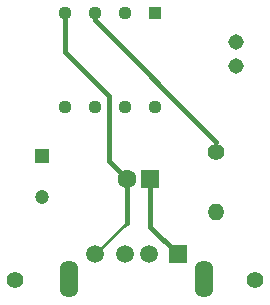
<source format=gbr>
%TF.GenerationSoftware,KiCad,Pcbnew,7.0.8*%
%TF.CreationDate,2024-10-30T19:07:13-07:00*%
%TF.ProjectId,ECE196Team13_2,45434531-3936-4546-9561-6d31335f322e,rev?*%
%TF.SameCoordinates,Original*%
%TF.FileFunction,Copper,L2,Bot*%
%TF.FilePolarity,Positive*%
%FSLAX46Y46*%
G04 Gerber Fmt 4.6, Leading zero omitted, Abs format (unit mm)*
G04 Created by KiCad (PCBNEW 7.0.8) date 2024-10-30 19:07:13*
%MOMM*%
%LPD*%
G01*
G04 APERTURE LIST*
%TA.AperFunction,ComponentPad*%
%ADD10C,1.400000*%
%TD*%
%TA.AperFunction,ComponentPad*%
%ADD11R,1.600000X1.600000*%
%TD*%
%TA.AperFunction,ComponentPad*%
%ADD12C,1.600000*%
%TD*%
%TA.AperFunction,ComponentPad*%
%ADD13C,1.200000*%
%TD*%
%TA.AperFunction,ComponentPad*%
%ADD14R,1.200000X1.200000*%
%TD*%
%TA.AperFunction,ComponentPad*%
%ADD15R,1.508000X1.508000*%
%TD*%
%TA.AperFunction,ComponentPad*%
%ADD16C,1.508000*%
%TD*%
%TA.AperFunction,ComponentPad*%
%ADD17O,1.575000X3.150000*%
%TD*%
%TA.AperFunction,ComponentPad*%
%ADD18O,1.400000X1.400000*%
%TD*%
%TA.AperFunction,ComponentPad*%
%ADD19R,1.130000X1.130000*%
%TD*%
%TA.AperFunction,ComponentPad*%
%ADD20C,1.130000*%
%TD*%
%TA.AperFunction,ComponentPad*%
%ADD21C,1.308000*%
%TD*%
%TA.AperFunction,Conductor*%
%ADD22C,0.400000*%
%TD*%
%TA.AperFunction,Conductor*%
%ADD23C,0.250000*%
%TD*%
G04 APERTURE END LIST*
D10*
%TO.P,A2,1,Pin_1*%
%TO.N,Net-(A2-Pin_1)*%
X139475000Y-128450000D03*
%TD*%
%TO.P,A1,1,Pin_1*%
%TO.N,Net-(A1-Pin_1)*%
X159850000Y-128450000D03*
%TD*%
D11*
%TO.P,C1,1*%
%TO.N,Net-(I1-VCC)*%
X150955113Y-119875000D03*
D12*
%TO.P,C1,2*%
%TO.N,Net-(I1-GND)*%
X148955113Y-119875000D03*
%TD*%
D13*
%TO.P,C3,N*%
%TO.N,Net-(A2-Pin_1)*%
X141750000Y-121475000D03*
D14*
%TO.P,C3,P*%
%TO.N,Net-(C3-PadP)*%
X141750000Y-117975000D03*
%TD*%
D15*
%TO.P,I1,1,VCC*%
%TO.N,Net-(I1-VCC)*%
X153305750Y-126287500D03*
D16*
%TO.P,I1,2,D-*%
%TO.N,unconnected-(I1-D--Pad2)*%
X150805750Y-126287500D03*
%TO.P,I1,3,D+*%
%TO.N,unconnected-(I1-D+-Pad3)*%
X148805750Y-126287500D03*
%TO.P,I1,4,GND*%
%TO.N,Net-(I1-GND)*%
X146305750Y-126287500D03*
D17*
%TO.P,I1,S1,SHIELD*%
%TO.N,unconnected-(I1-SHIELD-PadS1)*%
X155505750Y-128387500D03*
%TO.P,I1,S2,SHIELD__1*%
%TO.N,unconnected-(I1-SHIELD__1-PadS2)*%
X144105750Y-128387500D03*
%TD*%
D10*
%TO.P,R1,1*%
%TO.N,Net-(A1-Pin_1)*%
X156550000Y-117645000D03*
D18*
%TO.P,R1,2*%
%TO.N,Net-(I1-GND)*%
X156550000Y-122725000D03*
%TD*%
D19*
%TO.P,U1,1,NULL*%
%TO.N,Net-(C2-Pad2)*%
X151345000Y-105890000D03*
D20*
%TO.P,U1,2,-*%
%TO.N,Net-(I1-GND)*%
X148805000Y-105890000D03*
%TO.P,U1,3,+*%
%TO.N,Net-(A1-Pin_1)*%
X146265000Y-105890000D03*
%TO.P,U1,4,V-*%
%TO.N,Net-(I1-GND)*%
X143725000Y-105890000D03*
%TO.P,U1,5,NULL*%
%TO.N,unconnected-(U1-NULL-Pad5)*%
X143725000Y-113830000D03*
%TO.P,U1,6*%
%TO.N,Net-(C3-PadP)*%
X146265000Y-113830000D03*
%TO.P,U1,7,V+*%
%TO.N,Net-(I1-VCC)*%
X148805000Y-113830000D03*
%TO.P,U1,8*%
%TO.N,Net-(C2-Pad1)*%
X151345000Y-113830000D03*
%TD*%
D21*
%TO.P,C2,1*%
%TO.N,Net-(C2-Pad1)*%
X158235000Y-110310000D03*
%TO.P,C2,2*%
%TO.N,Net-(C2-Pad2)*%
X158235000Y-108310000D03*
%TD*%
D22*
%TO.N,Net-(A1-Pin_1)*%
X146265000Y-106465000D02*
X156550000Y-116750000D01*
D23*
X156550000Y-116750000D02*
X156550000Y-117645000D01*
X146265000Y-105890000D02*
X146265000Y-106465000D01*
D22*
%TO.N,Net-(I1-VCC)*%
X150955113Y-119875000D02*
X150955113Y-123936863D01*
X150955113Y-123936863D02*
X153305750Y-126287500D01*
%TO.N,Net-(I1-GND)*%
X148955113Y-119875000D02*
X148955113Y-123638137D01*
X147450000Y-112925000D02*
X147450000Y-118369887D01*
D23*
X148955113Y-123638137D02*
X146305750Y-126287500D01*
D22*
X147450000Y-118369887D02*
X148955113Y-119875000D01*
X143725000Y-109200000D02*
X147450000Y-112925000D01*
X143725000Y-105890000D02*
X143725000Y-109200000D01*
%TD*%
M02*

</source>
